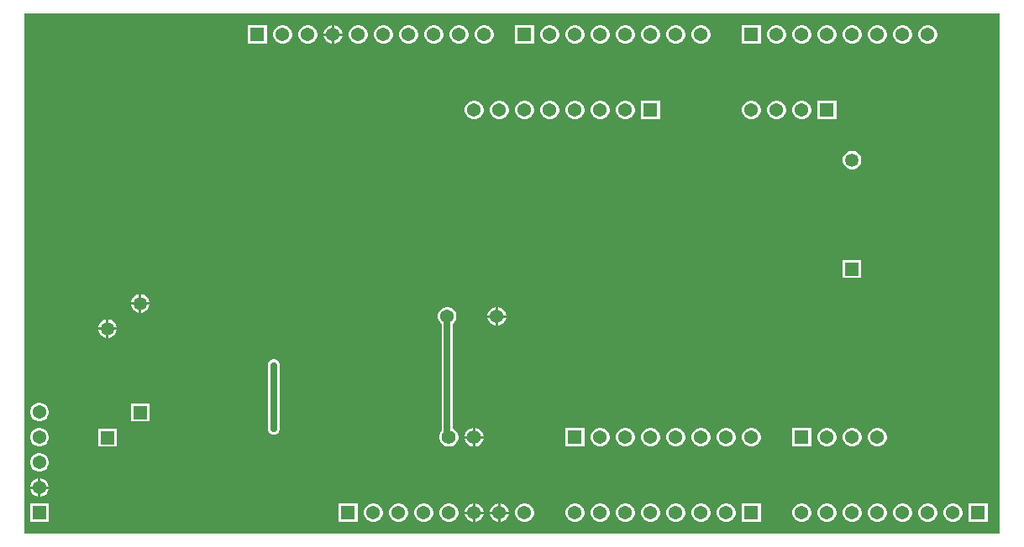
<source format=gbr>
%TF.GenerationSoftware,Altium Limited,Altium Designer,24.1.2 (44)*%
G04 Layer_Physical_Order=2*
G04 Layer_Color=16711680*
%FSLAX45Y45*%
%MOMM*%
%TF.SameCoordinates,7D1D8A4D-2C7A-4F71-9711-01752012572A*%
%TF.FilePolarity,Positive*%
%TF.FileFunction,Copper,L2,Bot,Signal*%
%TF.Part,Single*%
G01*
G75*
%TA.AperFunction,Conductor*%
%ADD10C,0.63500*%
%TA.AperFunction,ComponentPad*%
%ADD11C,1.37160*%
%ADD12C,1.37000*%
%ADD13R,1.37000X1.37000*%
%ADD14R,1.37000X1.37000*%
%ADD15C,1.35000*%
%ADD16R,1.35000X1.35000*%
%ADD17C,1.39700*%
%TA.AperFunction,ViaPad*%
%ADD18C,0.71120*%
G36*
X9867154Y38847D02*
X38847Y38846D01*
Y1333500D01*
Y4000500D01*
Y5295153D01*
X9867153Y5295153D01*
X9867154Y38847D01*
D02*
G37*
%LPC*%
G36*
X3162300Y5173810D02*
Y5092700D01*
X3243410D01*
X3237101Y5116244D01*
X3224739Y5137656D01*
X3207256Y5155139D01*
X3185844Y5167501D01*
X3162300Y5173810D01*
D02*
G37*
G36*
X3136900D02*
X3113356Y5167501D01*
X3091944Y5155139D01*
X3074461Y5137656D01*
X3062099Y5116244D01*
X3055790Y5092700D01*
X3136900D01*
Y5173810D01*
D02*
G37*
G36*
X3243410Y5067300D02*
X3162300D01*
Y4986190D01*
X3185844Y4992499D01*
X3207256Y5004861D01*
X3224739Y5022344D01*
X3237101Y5043756D01*
X3243410Y5067300D01*
D02*
G37*
G36*
X3136900D02*
X3055790D01*
X3062099Y5043756D01*
X3074461Y5022344D01*
X3091944Y5004861D01*
X3113356Y4992499D01*
X3136900Y4986190D01*
Y5067300D01*
D02*
G37*
G36*
X9156362Y5173900D02*
X9131638D01*
X9107756Y5167501D01*
X9086344Y5155139D01*
X9068861Y5137656D01*
X9056499Y5116244D01*
X9050100Y5092362D01*
Y5067638D01*
X9056499Y5043756D01*
X9068861Y5022344D01*
X9086344Y5004861D01*
X9107756Y4992499D01*
X9131638Y4986100D01*
X9156362D01*
X9180244Y4992499D01*
X9201656Y5004861D01*
X9219139Y5022344D01*
X9231501Y5043756D01*
X9237900Y5067638D01*
Y5092362D01*
X9231501Y5116244D01*
X9219139Y5137656D01*
X9201656Y5155139D01*
X9180244Y5167501D01*
X9156362Y5173900D01*
D02*
G37*
G36*
X8902362D02*
X8877638D01*
X8853756Y5167501D01*
X8832344Y5155139D01*
X8814861Y5137656D01*
X8802499Y5116244D01*
X8796100Y5092362D01*
Y5067638D01*
X8802499Y5043756D01*
X8814861Y5022344D01*
X8832344Y5004861D01*
X8853756Y4992499D01*
X8877638Y4986100D01*
X8902362D01*
X8926244Y4992499D01*
X8947656Y5004861D01*
X8965139Y5022344D01*
X8977501Y5043756D01*
X8983900Y5067638D01*
Y5092362D01*
X8977501Y5116244D01*
X8965139Y5137656D01*
X8947656Y5155139D01*
X8926244Y5167501D01*
X8902362Y5173900D01*
D02*
G37*
G36*
X8648362D02*
X8623638D01*
X8599756Y5167501D01*
X8578344Y5155139D01*
X8560861Y5137656D01*
X8548499Y5116244D01*
X8542100Y5092362D01*
Y5067638D01*
X8548499Y5043756D01*
X8560861Y5022344D01*
X8578344Y5004861D01*
X8599756Y4992499D01*
X8623638Y4986100D01*
X8648362D01*
X8672244Y4992499D01*
X8693656Y5004861D01*
X8711139Y5022344D01*
X8723501Y5043756D01*
X8729900Y5067638D01*
Y5092362D01*
X8723501Y5116244D01*
X8711139Y5137656D01*
X8693656Y5155139D01*
X8672244Y5167501D01*
X8648362Y5173900D01*
D02*
G37*
G36*
X8394362D02*
X8369638D01*
X8345756Y5167501D01*
X8324344Y5155139D01*
X8306861Y5137656D01*
X8294499Y5116244D01*
X8288100Y5092362D01*
Y5067638D01*
X8294499Y5043756D01*
X8306861Y5022344D01*
X8324344Y5004861D01*
X8345756Y4992499D01*
X8369638Y4986100D01*
X8394362D01*
X8418244Y4992499D01*
X8439656Y5004861D01*
X8457139Y5022344D01*
X8469501Y5043756D01*
X8475900Y5067638D01*
Y5092362D01*
X8469501Y5116244D01*
X8457139Y5137656D01*
X8439656Y5155139D01*
X8418244Y5167501D01*
X8394362Y5173900D01*
D02*
G37*
G36*
X8140362D02*
X8115638D01*
X8091756Y5167501D01*
X8070344Y5155139D01*
X8052861Y5137656D01*
X8040499Y5116244D01*
X8034100Y5092362D01*
Y5067638D01*
X8040499Y5043756D01*
X8052861Y5022344D01*
X8070344Y5004861D01*
X8091756Y4992499D01*
X8115638Y4986100D01*
X8140362D01*
X8164244Y4992499D01*
X8185656Y5004861D01*
X8203139Y5022344D01*
X8215501Y5043756D01*
X8221900Y5067638D01*
Y5092362D01*
X8215501Y5116244D01*
X8203139Y5137656D01*
X8185656Y5155139D01*
X8164244Y5167501D01*
X8140362Y5173900D01*
D02*
G37*
G36*
X7886362D02*
X7861638D01*
X7837756Y5167501D01*
X7816344Y5155139D01*
X7798861Y5137656D01*
X7786499Y5116244D01*
X7780100Y5092362D01*
Y5067638D01*
X7786499Y5043756D01*
X7798861Y5022344D01*
X7816344Y5004861D01*
X7837756Y4992499D01*
X7861638Y4986100D01*
X7886362D01*
X7910244Y4992499D01*
X7931656Y5004861D01*
X7949139Y5022344D01*
X7961501Y5043756D01*
X7967900Y5067638D01*
Y5092362D01*
X7961501Y5116244D01*
X7949139Y5137656D01*
X7931656Y5155139D01*
X7910244Y5167501D01*
X7886362Y5173900D01*
D02*
G37*
G36*
X7632362D02*
X7607638D01*
X7583756Y5167501D01*
X7562344Y5155139D01*
X7544861Y5137656D01*
X7532499Y5116244D01*
X7526100Y5092362D01*
Y5067638D01*
X7532499Y5043756D01*
X7544861Y5022344D01*
X7562344Y5004861D01*
X7583756Y4992499D01*
X7607638Y4986100D01*
X7632362D01*
X7656244Y4992499D01*
X7677656Y5004861D01*
X7695139Y5022344D01*
X7707501Y5043756D01*
X7713900Y5067638D01*
Y5092362D01*
X7707501Y5116244D01*
X7695139Y5137656D01*
X7677656Y5155139D01*
X7656244Y5167501D01*
X7632362Y5173900D01*
D02*
G37*
G36*
X7459900D02*
X7272100D01*
Y4986100D01*
X7459900D01*
Y5173900D01*
D02*
G37*
G36*
X6870362D02*
X6845638D01*
X6821756Y5167501D01*
X6800344Y5155139D01*
X6782861Y5137656D01*
X6770499Y5116244D01*
X6764100Y5092362D01*
Y5067638D01*
X6770499Y5043756D01*
X6782861Y5022344D01*
X6800344Y5004861D01*
X6821756Y4992499D01*
X6845638Y4986100D01*
X6870362D01*
X6894244Y4992499D01*
X6915656Y5004861D01*
X6933139Y5022344D01*
X6945501Y5043756D01*
X6951900Y5067638D01*
Y5092362D01*
X6945501Y5116244D01*
X6933139Y5137656D01*
X6915656Y5155139D01*
X6894244Y5167501D01*
X6870362Y5173900D01*
D02*
G37*
G36*
X6616362D02*
X6591638D01*
X6567756Y5167501D01*
X6546344Y5155139D01*
X6528861Y5137656D01*
X6516499Y5116244D01*
X6510100Y5092362D01*
Y5067638D01*
X6516499Y5043756D01*
X6528861Y5022344D01*
X6546344Y5004861D01*
X6567756Y4992499D01*
X6591638Y4986100D01*
X6616362D01*
X6640244Y4992499D01*
X6661656Y5004861D01*
X6679139Y5022344D01*
X6691501Y5043756D01*
X6697900Y5067638D01*
Y5092362D01*
X6691501Y5116244D01*
X6679139Y5137656D01*
X6661656Y5155139D01*
X6640244Y5167501D01*
X6616362Y5173900D01*
D02*
G37*
G36*
X6362362D02*
X6337638D01*
X6313756Y5167501D01*
X6292344Y5155139D01*
X6274861Y5137656D01*
X6262499Y5116244D01*
X6256100Y5092362D01*
Y5067638D01*
X6262499Y5043756D01*
X6274861Y5022344D01*
X6292344Y5004861D01*
X6313756Y4992499D01*
X6337638Y4986100D01*
X6362362D01*
X6386244Y4992499D01*
X6407656Y5004861D01*
X6425139Y5022344D01*
X6437501Y5043756D01*
X6443900Y5067638D01*
Y5092362D01*
X6437501Y5116244D01*
X6425139Y5137656D01*
X6407656Y5155139D01*
X6386244Y5167501D01*
X6362362Y5173900D01*
D02*
G37*
G36*
X6108362D02*
X6083638D01*
X6059756Y5167501D01*
X6038344Y5155139D01*
X6020861Y5137656D01*
X6008499Y5116244D01*
X6002100Y5092362D01*
Y5067638D01*
X6008499Y5043756D01*
X6020861Y5022344D01*
X6038344Y5004861D01*
X6059756Y4992499D01*
X6083638Y4986100D01*
X6108362D01*
X6132244Y4992499D01*
X6153656Y5004861D01*
X6171139Y5022344D01*
X6183501Y5043756D01*
X6189900Y5067638D01*
Y5092362D01*
X6183501Y5116244D01*
X6171139Y5137656D01*
X6153656Y5155139D01*
X6132244Y5167501D01*
X6108362Y5173900D01*
D02*
G37*
G36*
X5854362D02*
X5829638D01*
X5805756Y5167501D01*
X5784344Y5155139D01*
X5766861Y5137656D01*
X5754499Y5116244D01*
X5748100Y5092362D01*
Y5067638D01*
X5754499Y5043756D01*
X5766861Y5022344D01*
X5784344Y5004861D01*
X5805756Y4992499D01*
X5829638Y4986100D01*
X5854362D01*
X5878244Y4992499D01*
X5899656Y5004861D01*
X5917139Y5022344D01*
X5929501Y5043756D01*
X5935900Y5067638D01*
Y5092362D01*
X5929501Y5116244D01*
X5917139Y5137656D01*
X5899656Y5155139D01*
X5878244Y5167501D01*
X5854362Y5173900D01*
D02*
G37*
G36*
X5600362D02*
X5575638D01*
X5551756Y5167501D01*
X5530344Y5155139D01*
X5512861Y5137656D01*
X5500499Y5116244D01*
X5494100Y5092362D01*
Y5067638D01*
X5500499Y5043756D01*
X5512861Y5022344D01*
X5530344Y5004861D01*
X5551756Y4992499D01*
X5575638Y4986100D01*
X5600362D01*
X5624244Y4992499D01*
X5645656Y5004861D01*
X5663139Y5022344D01*
X5675501Y5043756D01*
X5681900Y5067638D01*
Y5092362D01*
X5675501Y5116244D01*
X5663139Y5137656D01*
X5645656Y5155139D01*
X5624244Y5167501D01*
X5600362Y5173900D01*
D02*
G37*
G36*
X5346362D02*
X5321638D01*
X5297756Y5167501D01*
X5276344Y5155139D01*
X5258861Y5137656D01*
X5246499Y5116244D01*
X5240100Y5092362D01*
Y5067638D01*
X5246499Y5043756D01*
X5258861Y5022344D01*
X5276344Y5004861D01*
X5297756Y4992499D01*
X5321638Y4986100D01*
X5346362D01*
X5370244Y4992499D01*
X5391656Y5004861D01*
X5409139Y5022344D01*
X5421501Y5043756D01*
X5427900Y5067638D01*
Y5092362D01*
X5421501Y5116244D01*
X5409139Y5137656D01*
X5391656Y5155139D01*
X5370244Y5167501D01*
X5346362Y5173900D01*
D02*
G37*
G36*
X5173900D02*
X4986100D01*
Y4986100D01*
X5173900D01*
Y5173900D01*
D02*
G37*
G36*
X4685962D02*
X4661238D01*
X4637356Y5167501D01*
X4615944Y5155139D01*
X4598461Y5137656D01*
X4586099Y5116244D01*
X4579700Y5092362D01*
Y5067638D01*
X4586099Y5043756D01*
X4598461Y5022344D01*
X4615944Y5004861D01*
X4637356Y4992499D01*
X4661238Y4986100D01*
X4685962D01*
X4709844Y4992499D01*
X4731256Y5004861D01*
X4748739Y5022344D01*
X4761101Y5043756D01*
X4767500Y5067638D01*
Y5092362D01*
X4761101Y5116244D01*
X4748739Y5137656D01*
X4731256Y5155139D01*
X4709844Y5167501D01*
X4685962Y5173900D01*
D02*
G37*
G36*
X4431962D02*
X4407238D01*
X4383356Y5167501D01*
X4361944Y5155139D01*
X4344461Y5137656D01*
X4332099Y5116244D01*
X4325700Y5092362D01*
Y5067638D01*
X4332099Y5043756D01*
X4344461Y5022344D01*
X4361944Y5004861D01*
X4383356Y4992499D01*
X4407238Y4986100D01*
X4431962D01*
X4455844Y4992499D01*
X4477256Y5004861D01*
X4494739Y5022344D01*
X4507101Y5043756D01*
X4513500Y5067638D01*
Y5092362D01*
X4507101Y5116244D01*
X4494739Y5137656D01*
X4477256Y5155139D01*
X4455844Y5167501D01*
X4431962Y5173900D01*
D02*
G37*
G36*
X4177962D02*
X4153238D01*
X4129356Y5167501D01*
X4107944Y5155139D01*
X4090461Y5137656D01*
X4078099Y5116244D01*
X4071700Y5092362D01*
Y5067638D01*
X4078099Y5043756D01*
X4090461Y5022344D01*
X4107944Y5004861D01*
X4129356Y4992499D01*
X4153238Y4986100D01*
X4177962D01*
X4201844Y4992499D01*
X4223256Y5004861D01*
X4240739Y5022344D01*
X4253101Y5043756D01*
X4259500Y5067638D01*
Y5092362D01*
X4253101Y5116244D01*
X4240739Y5137656D01*
X4223256Y5155139D01*
X4201844Y5167501D01*
X4177962Y5173900D01*
D02*
G37*
G36*
X3923962D02*
X3899238D01*
X3875356Y5167501D01*
X3853944Y5155139D01*
X3836461Y5137656D01*
X3824099Y5116244D01*
X3817700Y5092362D01*
Y5067638D01*
X3824099Y5043756D01*
X3836461Y5022344D01*
X3853944Y5004861D01*
X3875356Y4992499D01*
X3899238Y4986100D01*
X3923962D01*
X3947844Y4992499D01*
X3969256Y5004861D01*
X3986739Y5022344D01*
X3999101Y5043756D01*
X4005500Y5067638D01*
Y5092362D01*
X3999101Y5116244D01*
X3986739Y5137656D01*
X3969256Y5155139D01*
X3947844Y5167501D01*
X3923962Y5173900D01*
D02*
G37*
G36*
X3669962D02*
X3645238D01*
X3621356Y5167501D01*
X3599944Y5155139D01*
X3582461Y5137656D01*
X3570099Y5116244D01*
X3563700Y5092362D01*
Y5067638D01*
X3570099Y5043756D01*
X3582461Y5022344D01*
X3599944Y5004861D01*
X3621356Y4992499D01*
X3645238Y4986100D01*
X3669962D01*
X3693844Y4992499D01*
X3715256Y5004861D01*
X3732739Y5022344D01*
X3745101Y5043756D01*
X3751500Y5067638D01*
Y5092362D01*
X3745101Y5116244D01*
X3732739Y5137656D01*
X3715256Y5155139D01*
X3693844Y5167501D01*
X3669962Y5173900D01*
D02*
G37*
G36*
X3415962D02*
X3391238D01*
X3367356Y5167501D01*
X3345944Y5155139D01*
X3328461Y5137656D01*
X3316099Y5116244D01*
X3309700Y5092362D01*
Y5067638D01*
X3316099Y5043756D01*
X3328461Y5022344D01*
X3345944Y5004861D01*
X3367356Y4992499D01*
X3391238Y4986100D01*
X3415962D01*
X3439844Y4992499D01*
X3461256Y5004861D01*
X3478739Y5022344D01*
X3491101Y5043756D01*
X3497500Y5067638D01*
Y5092362D01*
X3491101Y5116244D01*
X3478739Y5137656D01*
X3461256Y5155139D01*
X3439844Y5167501D01*
X3415962Y5173900D01*
D02*
G37*
G36*
X2907962D02*
X2883238D01*
X2859356Y5167501D01*
X2837944Y5155139D01*
X2820461Y5137656D01*
X2808099Y5116244D01*
X2801700Y5092362D01*
Y5067638D01*
X2808099Y5043756D01*
X2820461Y5022344D01*
X2837944Y5004861D01*
X2859356Y4992499D01*
X2883238Y4986100D01*
X2907962D01*
X2931844Y4992499D01*
X2953256Y5004861D01*
X2970739Y5022344D01*
X2983101Y5043756D01*
X2989500Y5067638D01*
Y5092362D01*
X2983101Y5116244D01*
X2970739Y5137656D01*
X2953256Y5155139D01*
X2931844Y5167501D01*
X2907962Y5173900D01*
D02*
G37*
G36*
X2653962D02*
X2629238D01*
X2605356Y5167501D01*
X2583944Y5155139D01*
X2566461Y5137656D01*
X2554099Y5116244D01*
X2547700Y5092362D01*
Y5067638D01*
X2554099Y5043756D01*
X2566461Y5022344D01*
X2583944Y5004861D01*
X2605356Y4992499D01*
X2629238Y4986100D01*
X2653962D01*
X2677844Y4992499D01*
X2699256Y5004861D01*
X2716739Y5022344D01*
X2729101Y5043756D01*
X2735500Y5067638D01*
Y5092362D01*
X2729101Y5116244D01*
X2716739Y5137656D01*
X2699256Y5155139D01*
X2677844Y5167501D01*
X2653962Y5173900D01*
D02*
G37*
G36*
X2481500D02*
X2293700D01*
Y4986100D01*
X2481500D01*
Y5173900D01*
D02*
G37*
G36*
X8221900Y4411900D02*
X8034100D01*
Y4224100D01*
X8221900D01*
Y4411900D01*
D02*
G37*
G36*
X7886362D02*
X7861638D01*
X7837756Y4405501D01*
X7816344Y4393139D01*
X7798861Y4375656D01*
X7786499Y4354244D01*
X7780100Y4330362D01*
Y4305638D01*
X7786499Y4281756D01*
X7798861Y4260344D01*
X7816344Y4242861D01*
X7837756Y4230499D01*
X7861638Y4224100D01*
X7886362D01*
X7910244Y4230499D01*
X7931656Y4242861D01*
X7949139Y4260344D01*
X7961501Y4281756D01*
X7967900Y4305638D01*
Y4330362D01*
X7961501Y4354244D01*
X7949139Y4375656D01*
X7931656Y4393139D01*
X7910244Y4405501D01*
X7886362Y4411900D01*
D02*
G37*
G36*
X7632362D02*
X7607638D01*
X7583756Y4405501D01*
X7562344Y4393139D01*
X7544861Y4375656D01*
X7532499Y4354244D01*
X7526100Y4330362D01*
Y4305638D01*
X7532499Y4281756D01*
X7544861Y4260344D01*
X7562344Y4242861D01*
X7583756Y4230499D01*
X7607638Y4224100D01*
X7632362D01*
X7656244Y4230499D01*
X7677656Y4242861D01*
X7695139Y4260344D01*
X7707501Y4281756D01*
X7713900Y4305638D01*
Y4330362D01*
X7707501Y4354244D01*
X7695139Y4375656D01*
X7677656Y4393139D01*
X7656244Y4405501D01*
X7632362Y4411900D01*
D02*
G37*
G36*
X7378362D02*
X7353638D01*
X7329756Y4405501D01*
X7308344Y4393139D01*
X7290861Y4375656D01*
X7278499Y4354244D01*
X7272100Y4330362D01*
Y4305638D01*
X7278499Y4281756D01*
X7290861Y4260344D01*
X7308344Y4242861D01*
X7329756Y4230499D01*
X7353638Y4224100D01*
X7378362D01*
X7402244Y4230499D01*
X7423656Y4242861D01*
X7441139Y4260344D01*
X7453501Y4281756D01*
X7459900Y4305638D01*
Y4330362D01*
X7453501Y4354244D01*
X7441139Y4375656D01*
X7423656Y4393139D01*
X7402244Y4405501D01*
X7378362Y4411900D01*
D02*
G37*
G36*
X6443900D02*
X6256100D01*
Y4224100D01*
X6443900D01*
Y4411900D01*
D02*
G37*
G36*
X6108362D02*
X6083638D01*
X6059756Y4405501D01*
X6038344Y4393139D01*
X6020861Y4375656D01*
X6008499Y4354244D01*
X6002100Y4330362D01*
Y4305638D01*
X6008499Y4281756D01*
X6020861Y4260344D01*
X6038344Y4242861D01*
X6059756Y4230499D01*
X6083638Y4224100D01*
X6108362D01*
X6132244Y4230499D01*
X6153656Y4242861D01*
X6171139Y4260344D01*
X6183501Y4281756D01*
X6189900Y4305638D01*
Y4330362D01*
X6183501Y4354244D01*
X6171139Y4375656D01*
X6153656Y4393139D01*
X6132244Y4405501D01*
X6108362Y4411900D01*
D02*
G37*
G36*
X5854362D02*
X5829638D01*
X5805756Y4405501D01*
X5784344Y4393139D01*
X5766861Y4375656D01*
X5754499Y4354244D01*
X5748100Y4330362D01*
Y4305638D01*
X5754499Y4281756D01*
X5766861Y4260344D01*
X5784344Y4242861D01*
X5805756Y4230499D01*
X5829638Y4224100D01*
X5854362D01*
X5878244Y4230499D01*
X5899656Y4242861D01*
X5917139Y4260344D01*
X5929501Y4281756D01*
X5935900Y4305638D01*
Y4330362D01*
X5929501Y4354244D01*
X5917139Y4375656D01*
X5899656Y4393139D01*
X5878244Y4405501D01*
X5854362Y4411900D01*
D02*
G37*
G36*
X5600362D02*
X5575638D01*
X5551756Y4405501D01*
X5530344Y4393139D01*
X5512861Y4375656D01*
X5500499Y4354244D01*
X5494100Y4330362D01*
Y4305638D01*
X5500499Y4281756D01*
X5512861Y4260344D01*
X5530344Y4242861D01*
X5551756Y4230499D01*
X5575638Y4224100D01*
X5600362D01*
X5624244Y4230499D01*
X5645656Y4242861D01*
X5663139Y4260344D01*
X5675501Y4281756D01*
X5681900Y4305638D01*
Y4330362D01*
X5675501Y4354244D01*
X5663139Y4375656D01*
X5645656Y4393139D01*
X5624244Y4405501D01*
X5600362Y4411900D01*
D02*
G37*
G36*
X5346362D02*
X5321638D01*
X5297756Y4405501D01*
X5276344Y4393139D01*
X5258861Y4375656D01*
X5246499Y4354244D01*
X5240100Y4330362D01*
Y4305638D01*
X5246499Y4281756D01*
X5258861Y4260344D01*
X5276344Y4242861D01*
X5297756Y4230499D01*
X5321638Y4224100D01*
X5346362D01*
X5370244Y4230499D01*
X5391656Y4242861D01*
X5409139Y4260344D01*
X5421501Y4281756D01*
X5427900Y4305638D01*
Y4330362D01*
X5421501Y4354244D01*
X5409139Y4375656D01*
X5391656Y4393139D01*
X5370244Y4405501D01*
X5346362Y4411900D01*
D02*
G37*
G36*
X5092362D02*
X5067638D01*
X5043756Y4405501D01*
X5022344Y4393139D01*
X5004861Y4375656D01*
X4992499Y4354244D01*
X4986100Y4330362D01*
Y4305638D01*
X4992499Y4281756D01*
X5004861Y4260344D01*
X5022344Y4242861D01*
X5043756Y4230499D01*
X5067638Y4224100D01*
X5092362D01*
X5116244Y4230499D01*
X5137656Y4242861D01*
X5155139Y4260344D01*
X5167501Y4281756D01*
X5173900Y4305638D01*
Y4330362D01*
X5167501Y4354244D01*
X5155139Y4375656D01*
X5137656Y4393139D01*
X5116244Y4405501D01*
X5092362Y4411900D01*
D02*
G37*
G36*
X4838362D02*
X4813638D01*
X4789756Y4405501D01*
X4768344Y4393139D01*
X4750861Y4375656D01*
X4738499Y4354244D01*
X4732100Y4330362D01*
Y4305638D01*
X4738499Y4281756D01*
X4750861Y4260344D01*
X4768344Y4242861D01*
X4789756Y4230499D01*
X4813638Y4224100D01*
X4838362D01*
X4862244Y4230499D01*
X4883656Y4242861D01*
X4901139Y4260344D01*
X4913501Y4281756D01*
X4919900Y4305638D01*
Y4330362D01*
X4913501Y4354244D01*
X4901139Y4375656D01*
X4883656Y4393139D01*
X4862244Y4405501D01*
X4838362Y4411900D01*
D02*
G37*
G36*
X4584362D02*
X4559638D01*
X4535756Y4405501D01*
X4514344Y4393139D01*
X4496861Y4375656D01*
X4484499Y4354244D01*
X4478100Y4330362D01*
Y4305638D01*
X4484499Y4281756D01*
X4496861Y4260344D01*
X4514344Y4242861D01*
X4535756Y4230499D01*
X4559638Y4224100D01*
X4584362D01*
X4608244Y4230499D01*
X4629656Y4242861D01*
X4647139Y4260344D01*
X4659501Y4281756D01*
X4665900Y4305638D01*
Y4330362D01*
X4659501Y4354244D01*
X4647139Y4375656D01*
X4629656Y4393139D01*
X4608244Y4405501D01*
X4584362Y4411900D01*
D02*
G37*
G36*
X8394231Y3906800D02*
X8369769D01*
X8346142Y3900469D01*
X8324958Y3888238D01*
X8307662Y3870942D01*
X8295431Y3849758D01*
X8289100Y3826131D01*
Y3801669D01*
X8295431Y3778042D01*
X8307662Y3756858D01*
X8324958Y3739561D01*
X8346142Y3727331D01*
X8369769Y3721000D01*
X8394231D01*
X8417858Y3727331D01*
X8439042Y3739561D01*
X8456338Y3756858D01*
X8468569Y3778042D01*
X8474900Y3801669D01*
Y3826131D01*
X8468569Y3849758D01*
X8456338Y3870942D01*
X8439042Y3888238D01*
X8417858Y3900469D01*
X8394231Y3906800D01*
D02*
G37*
G36*
X8474900Y2806800D02*
X8289100D01*
Y2621000D01*
X8474900D01*
Y2806800D01*
D02*
G37*
G36*
X1219200Y2458874D02*
Y2378800D01*
X1299274D01*
X1293069Y2401958D01*
X1280838Y2423142D01*
X1263542Y2440438D01*
X1242358Y2452669D01*
X1219200Y2458874D01*
D02*
G37*
G36*
X1193800D02*
X1170642Y2452669D01*
X1149458Y2440438D01*
X1132162Y2423142D01*
X1119931Y2401958D01*
X1113726Y2378800D01*
X1193800D01*
Y2458874D01*
D02*
G37*
G36*
X1299274Y2353400D02*
X1219200D01*
Y2273326D01*
X1242358Y2279531D01*
X1263542Y2291761D01*
X1280838Y2309058D01*
X1293069Y2330242D01*
X1299274Y2353400D01*
D02*
G37*
G36*
X1193800D02*
X1113726D01*
X1119931Y2330242D01*
X1132162Y2309058D01*
X1149458Y2291761D01*
X1170642Y2279531D01*
X1193800Y2273326D01*
Y2353400D01*
D02*
G37*
G36*
X4813300Y2329092D02*
Y2247900D01*
X4894492D01*
X4888175Y2271475D01*
X4875803Y2292905D01*
X4858305Y2310403D01*
X4836875Y2322775D01*
X4813300Y2329092D01*
D02*
G37*
G36*
X4787900D02*
X4764325Y2322775D01*
X4742895Y2310403D01*
X4725397Y2292905D01*
X4713025Y2271475D01*
X4706708Y2247900D01*
X4787900D01*
Y2329092D01*
D02*
G37*
G36*
X4894492Y2222500D02*
X4813300D01*
Y2141308D01*
X4836875Y2147625D01*
X4858305Y2159997D01*
X4875803Y2177495D01*
X4888175Y2198925D01*
X4894492Y2222500D01*
D02*
G37*
G36*
X4787900D02*
X4706708D01*
X4713025Y2198925D01*
X4725397Y2177495D01*
X4742895Y2159997D01*
X4764325Y2147625D01*
X4787900Y2141308D01*
Y2222500D01*
D02*
G37*
G36*
X889000Y2204874D02*
Y2124800D01*
X969074D01*
X962869Y2147958D01*
X950638Y2169142D01*
X933342Y2186438D01*
X912158Y2198669D01*
X889000Y2204874D01*
D02*
G37*
G36*
X863600D02*
X840442Y2198669D01*
X819258Y2186438D01*
X801962Y2169142D01*
X789731Y2147958D01*
X783526Y2124800D01*
X863600D01*
Y2204874D01*
D02*
G37*
G36*
X969074Y2099400D02*
X889000D01*
Y2019326D01*
X912158Y2025531D01*
X933342Y2037761D01*
X950638Y2055058D01*
X962869Y2076242D01*
X969074Y2099400D01*
D02*
G37*
G36*
X863600D02*
X783526D01*
X789731Y2076242D01*
X801962Y2055058D01*
X819258Y2037761D01*
X840442Y2025531D01*
X863600Y2019326D01*
Y2099400D01*
D02*
G37*
G36*
X202862Y1363900D02*
X178138D01*
X154256Y1357501D01*
X132844Y1345139D01*
X115361Y1327656D01*
X102999Y1306244D01*
X96600Y1282362D01*
Y1257638D01*
X102999Y1233756D01*
X115361Y1212344D01*
X132844Y1194861D01*
X154256Y1182499D01*
X178138Y1176100D01*
X202862D01*
X226744Y1182499D01*
X248156Y1194861D01*
X265639Y1212344D01*
X278001Y1233756D01*
X284400Y1257638D01*
Y1282362D01*
X278001Y1306244D01*
X265639Y1327656D01*
X248156Y1345139D01*
X226744Y1357501D01*
X202862Y1363900D01*
D02*
G37*
G36*
X1299400Y1359000D02*
X1113600D01*
Y1173200D01*
X1299400D01*
Y1359000D01*
D02*
G37*
G36*
X2564826Y1800860D02*
X2540574D01*
X2518169Y1791579D01*
X2501021Y1774431D01*
X2491740Y1752026D01*
Y1727774D01*
X2494430Y1721279D01*
Y1123521D01*
X2491740Y1117026D01*
Y1092774D01*
X2501021Y1070369D01*
X2518169Y1053221D01*
X2540574Y1043940D01*
X2564826D01*
X2587231Y1053221D01*
X2604379Y1070369D01*
X2613660Y1092774D01*
Y1117026D01*
X2610970Y1123521D01*
Y1721279D01*
X2613660Y1727774D01*
Y1752026D01*
X2604379Y1774431D01*
X2587231Y1791579D01*
X2564826Y1800860D01*
D02*
G37*
G36*
X4584700Y1111207D02*
Y1028700D01*
X4667207D01*
X4660759Y1052765D01*
X4648219Y1074485D01*
X4630485Y1092219D01*
X4608765Y1104759D01*
X4584700Y1111207D01*
D02*
G37*
G36*
X4559300D02*
X4535235Y1104759D01*
X4513515Y1092219D01*
X4495781Y1074485D01*
X4483241Y1052765D01*
X4476793Y1028700D01*
X4559300D01*
Y1111207D01*
D02*
G37*
G36*
X8648362Y1109900D02*
X8623638D01*
X8599756Y1103501D01*
X8578344Y1091139D01*
X8560861Y1073656D01*
X8548499Y1052244D01*
X8542100Y1028362D01*
Y1003638D01*
X8548499Y979756D01*
X8560861Y958344D01*
X8578344Y940861D01*
X8599756Y928499D01*
X8623638Y922100D01*
X8648362D01*
X8672244Y928499D01*
X8693656Y940861D01*
X8711139Y958344D01*
X8723501Y979756D01*
X8729900Y1003638D01*
Y1028362D01*
X8723501Y1052244D01*
X8711139Y1073656D01*
X8693656Y1091139D01*
X8672244Y1103501D01*
X8648362Y1109900D01*
D02*
G37*
G36*
X8394362D02*
X8369638D01*
X8345756Y1103501D01*
X8324344Y1091139D01*
X8306861Y1073656D01*
X8294499Y1052244D01*
X8288100Y1028362D01*
Y1003638D01*
X8294499Y979756D01*
X8306861Y958344D01*
X8324344Y940861D01*
X8345756Y928499D01*
X8369638Y922100D01*
X8394362D01*
X8418244Y928499D01*
X8439656Y940861D01*
X8457139Y958344D01*
X8469501Y979756D01*
X8475900Y1003638D01*
Y1028362D01*
X8469501Y1052244D01*
X8457139Y1073656D01*
X8439656Y1091139D01*
X8418244Y1103501D01*
X8394362Y1109900D01*
D02*
G37*
G36*
X8140362D02*
X8115638D01*
X8091756Y1103501D01*
X8070344Y1091139D01*
X8052861Y1073656D01*
X8040499Y1052244D01*
X8034100Y1028362D01*
Y1003638D01*
X8040499Y979756D01*
X8052861Y958344D01*
X8070344Y940861D01*
X8091756Y928499D01*
X8115638Y922100D01*
X8140362D01*
X8164244Y928499D01*
X8185656Y940861D01*
X8203139Y958344D01*
X8215501Y979756D01*
X8221900Y1003638D01*
Y1028362D01*
X8215501Y1052244D01*
X8203139Y1073656D01*
X8185656Y1091139D01*
X8164244Y1103501D01*
X8140362Y1109900D01*
D02*
G37*
G36*
X7967900D02*
X7780100D01*
Y922100D01*
X7967900D01*
Y1109900D01*
D02*
G37*
G36*
X7378362D02*
X7353638D01*
X7329756Y1103501D01*
X7308344Y1091139D01*
X7290861Y1073656D01*
X7278499Y1052244D01*
X7272100Y1028362D01*
Y1003638D01*
X7278499Y979756D01*
X7290861Y958344D01*
X7308344Y940861D01*
X7329756Y928499D01*
X7353638Y922100D01*
X7378362D01*
X7402244Y928499D01*
X7423656Y940861D01*
X7441139Y958344D01*
X7453501Y979756D01*
X7459900Y1003638D01*
Y1028362D01*
X7453501Y1052244D01*
X7441139Y1073656D01*
X7423656Y1091139D01*
X7402244Y1103501D01*
X7378362Y1109900D01*
D02*
G37*
G36*
X7124362D02*
X7099638D01*
X7075756Y1103501D01*
X7054344Y1091139D01*
X7036861Y1073656D01*
X7024499Y1052244D01*
X7018100Y1028362D01*
Y1003638D01*
X7024499Y979756D01*
X7036861Y958344D01*
X7054344Y940861D01*
X7075756Y928499D01*
X7099638Y922100D01*
X7124362D01*
X7148244Y928499D01*
X7169656Y940861D01*
X7187139Y958344D01*
X7199501Y979756D01*
X7205900Y1003638D01*
Y1028362D01*
X7199501Y1052244D01*
X7187139Y1073656D01*
X7169656Y1091139D01*
X7148244Y1103501D01*
X7124362Y1109900D01*
D02*
G37*
G36*
X6870362D02*
X6845638D01*
X6821756Y1103501D01*
X6800344Y1091139D01*
X6782861Y1073656D01*
X6770499Y1052244D01*
X6764100Y1028362D01*
Y1003638D01*
X6770499Y979756D01*
X6782861Y958344D01*
X6800344Y940861D01*
X6821756Y928499D01*
X6845638Y922100D01*
X6870362D01*
X6894244Y928499D01*
X6915656Y940861D01*
X6933139Y958344D01*
X6945501Y979756D01*
X6951900Y1003638D01*
Y1028362D01*
X6945501Y1052244D01*
X6933139Y1073656D01*
X6915656Y1091139D01*
X6894244Y1103501D01*
X6870362Y1109900D01*
D02*
G37*
G36*
X6616362D02*
X6591638D01*
X6567756Y1103501D01*
X6546344Y1091139D01*
X6528861Y1073656D01*
X6516499Y1052244D01*
X6510100Y1028362D01*
Y1003638D01*
X6516499Y979756D01*
X6528861Y958344D01*
X6546344Y940861D01*
X6567756Y928499D01*
X6591638Y922100D01*
X6616362D01*
X6640244Y928499D01*
X6661656Y940861D01*
X6679139Y958344D01*
X6691501Y979756D01*
X6697900Y1003638D01*
Y1028362D01*
X6691501Y1052244D01*
X6679139Y1073656D01*
X6661656Y1091139D01*
X6640244Y1103501D01*
X6616362Y1109900D01*
D02*
G37*
G36*
X6362362D02*
X6337638D01*
X6313756Y1103501D01*
X6292344Y1091139D01*
X6274861Y1073656D01*
X6262499Y1052244D01*
X6256100Y1028362D01*
Y1003638D01*
X6262499Y979756D01*
X6274861Y958344D01*
X6292344Y940861D01*
X6313756Y928499D01*
X6337638Y922100D01*
X6362362D01*
X6386244Y928499D01*
X6407656Y940861D01*
X6425139Y958344D01*
X6437501Y979756D01*
X6443900Y1003638D01*
Y1028362D01*
X6437501Y1052244D01*
X6425139Y1073656D01*
X6407656Y1091139D01*
X6386244Y1103501D01*
X6362362Y1109900D01*
D02*
G37*
G36*
X6108362D02*
X6083638D01*
X6059756Y1103501D01*
X6038344Y1091139D01*
X6020861Y1073656D01*
X6008499Y1052244D01*
X6002100Y1028362D01*
Y1003638D01*
X6008499Y979756D01*
X6020861Y958344D01*
X6038344Y940861D01*
X6059756Y928499D01*
X6083638Y922100D01*
X6108362D01*
X6132244Y928499D01*
X6153656Y940861D01*
X6171139Y958344D01*
X6183501Y979756D01*
X6189900Y1003638D01*
Y1028362D01*
X6183501Y1052244D01*
X6171139Y1073656D01*
X6153656Y1091139D01*
X6132244Y1103501D01*
X6108362Y1109900D01*
D02*
G37*
G36*
X5854362D02*
X5829638D01*
X5805756Y1103501D01*
X5784344Y1091139D01*
X5766861Y1073656D01*
X5754499Y1052244D01*
X5748100Y1028362D01*
Y1003638D01*
X5754499Y979756D01*
X5766861Y958344D01*
X5784344Y940861D01*
X5805756Y928499D01*
X5829638Y922100D01*
X5854362D01*
X5878244Y928499D01*
X5899656Y940861D01*
X5917139Y958344D01*
X5929501Y979756D01*
X5935900Y1003638D01*
Y1028362D01*
X5929501Y1052244D01*
X5917139Y1073656D01*
X5899656Y1091139D01*
X5878244Y1103501D01*
X5854362Y1109900D01*
D02*
G37*
G36*
X5681900D02*
X5494100D01*
Y922100D01*
X5681900D01*
Y1109900D01*
D02*
G37*
G36*
X202862D02*
X178138D01*
X154256Y1103501D01*
X132844Y1091139D01*
X115361Y1073656D01*
X102999Y1052244D01*
X96600Y1028362D01*
Y1003638D01*
X102999Y979756D01*
X115361Y958344D01*
X132844Y940861D01*
X154256Y928499D01*
X178138Y922100D01*
X202862D01*
X226744Y928499D01*
X248156Y940861D01*
X265639Y958344D01*
X278001Y979756D01*
X284400Y1003638D01*
Y1028362D01*
X278001Y1052244D01*
X265639Y1073656D01*
X248156Y1091139D01*
X226744Y1103501D01*
X202862Y1109900D01*
D02*
G37*
G36*
X4667207Y1003300D02*
X4584700D01*
Y920793D01*
X4608765Y927241D01*
X4630485Y939781D01*
X4648219Y957515D01*
X4660759Y979235D01*
X4667207Y1003300D01*
D02*
G37*
G36*
X4559300D02*
X4476793D01*
X4483241Y979235D01*
X4495781Y957515D01*
X4513515Y939781D01*
X4535235Y927241D01*
X4559300Y920793D01*
Y1003300D01*
D02*
G37*
G36*
X4312973Y2329180D02*
X4288227D01*
X4264325Y2322775D01*
X4242895Y2310403D01*
X4225397Y2292905D01*
X4213025Y2271475D01*
X4206620Y2247573D01*
Y2222827D01*
X4213025Y2198925D01*
X4225397Y2177495D01*
X4242330Y2160562D01*
Y1075034D01*
X4241781Y1074485D01*
X4229241Y1052765D01*
X4222750Y1028540D01*
Y1003460D01*
X4229241Y979235D01*
X4241781Y957515D01*
X4259515Y939781D01*
X4281235Y927241D01*
X4305460Y920750D01*
X4330540D01*
X4354765Y927241D01*
X4376485Y939781D01*
X4394219Y957515D01*
X4406759Y979235D01*
X4413250Y1003460D01*
Y1028540D01*
X4406759Y1052765D01*
X4394219Y1074485D01*
X4376485Y1092219D01*
X4358870Y1102389D01*
Y2160562D01*
X4375803Y2177495D01*
X4388175Y2198925D01*
X4394580Y2222827D01*
Y2247573D01*
X4388175Y2271475D01*
X4375803Y2292905D01*
X4358305Y2310403D01*
X4336875Y2322775D01*
X4312973Y2329180D01*
D02*
G37*
G36*
X969200Y1105000D02*
X783400D01*
Y919200D01*
X969200D01*
Y1105000D01*
D02*
G37*
G36*
X202862Y855900D02*
X178138D01*
X154256Y849501D01*
X132844Y837139D01*
X115361Y819656D01*
X102999Y798244D01*
X96600Y774362D01*
Y749638D01*
X102999Y725756D01*
X115361Y704344D01*
X132844Y686861D01*
X154256Y674499D01*
X178138Y668100D01*
X202862D01*
X226744Y674499D01*
X248156Y686861D01*
X265639Y704344D01*
X278001Y725756D01*
X284400Y749638D01*
Y774362D01*
X278001Y798244D01*
X265639Y819656D01*
X248156Y837139D01*
X226744Y849501D01*
X202862Y855900D01*
D02*
G37*
G36*
X203200Y601810D02*
Y520700D01*
X284310D01*
X278001Y544244D01*
X265639Y565656D01*
X248156Y583139D01*
X226744Y595501D01*
X203200Y601810D01*
D02*
G37*
G36*
X177800D02*
X154256Y595501D01*
X132844Y583139D01*
X115361Y565656D01*
X102999Y544244D01*
X96690Y520700D01*
X177800D01*
Y601810D01*
D02*
G37*
G36*
X284310Y495300D02*
X203200D01*
Y414190D01*
X226744Y420499D01*
X248156Y432861D01*
X265639Y450344D01*
X278001Y471756D01*
X284310Y495300D01*
D02*
G37*
G36*
X177800D02*
X96690D01*
X102999Y471756D01*
X115361Y450344D01*
X132844Y432861D01*
X154256Y420499D01*
X177800Y414190D01*
Y495300D01*
D02*
G37*
G36*
X4838700Y347810D02*
Y266700D01*
X4919810D01*
X4913501Y290244D01*
X4901139Y311656D01*
X4883656Y329139D01*
X4862244Y341501D01*
X4838700Y347810D01*
D02*
G37*
G36*
X4813300D02*
X4789756Y341501D01*
X4768344Y329139D01*
X4750861Y311656D01*
X4738499Y290244D01*
X4732190Y266700D01*
X4813300D01*
Y347810D01*
D02*
G37*
G36*
X4584700D02*
Y266700D01*
X4665810D01*
X4659501Y290244D01*
X4647139Y311656D01*
X4629656Y329139D01*
X4608244Y341501D01*
X4584700Y347810D01*
D02*
G37*
G36*
X4559300D02*
X4535756Y341501D01*
X4514344Y329139D01*
X4496861Y311656D01*
X4484499Y290244D01*
X4478190Y266700D01*
X4559300D01*
Y347810D01*
D02*
G37*
G36*
X4919810Y241300D02*
X4838700D01*
Y160190D01*
X4862244Y166499D01*
X4883656Y178861D01*
X4901139Y196344D01*
X4913501Y217756D01*
X4919810Y241300D01*
D02*
G37*
G36*
X4813300D02*
X4732190D01*
X4738499Y217756D01*
X4750861Y196344D01*
X4768344Y178861D01*
X4789756Y166499D01*
X4813300Y160190D01*
Y241300D01*
D02*
G37*
G36*
X4665810D02*
X4584700D01*
Y160190D01*
X4608244Y166499D01*
X4629656Y178861D01*
X4647139Y196344D01*
X4659501Y217756D01*
X4665810Y241300D01*
D02*
G37*
G36*
X4559300D02*
X4478190D01*
X4484499Y217756D01*
X4496861Y196344D01*
X4514344Y178861D01*
X4535756Y166499D01*
X4559300Y160190D01*
Y241300D01*
D02*
G37*
G36*
X9745900Y347900D02*
X9558100D01*
Y160100D01*
X9745900D01*
Y347900D01*
D02*
G37*
G36*
X9410362D02*
X9385638D01*
X9361756Y341501D01*
X9340344Y329139D01*
X9322861Y311656D01*
X9310499Y290244D01*
X9304100Y266362D01*
Y241638D01*
X9310499Y217756D01*
X9322861Y196344D01*
X9340344Y178861D01*
X9361756Y166499D01*
X9385638Y160100D01*
X9410362D01*
X9434244Y166499D01*
X9455656Y178861D01*
X9473139Y196344D01*
X9485501Y217756D01*
X9491900Y241638D01*
Y266362D01*
X9485501Y290244D01*
X9473139Y311656D01*
X9455656Y329139D01*
X9434244Y341501D01*
X9410362Y347900D01*
D02*
G37*
G36*
X9156362D02*
X9131638D01*
X9107756Y341501D01*
X9086344Y329139D01*
X9068861Y311656D01*
X9056499Y290244D01*
X9050100Y266362D01*
Y241638D01*
X9056499Y217756D01*
X9068861Y196344D01*
X9086344Y178861D01*
X9107756Y166499D01*
X9131638Y160100D01*
X9156362D01*
X9180244Y166499D01*
X9201656Y178861D01*
X9219139Y196344D01*
X9231501Y217756D01*
X9237900Y241638D01*
Y266362D01*
X9231501Y290244D01*
X9219139Y311656D01*
X9201656Y329139D01*
X9180244Y341501D01*
X9156362Y347900D01*
D02*
G37*
G36*
X8902362D02*
X8877638D01*
X8853756Y341501D01*
X8832344Y329139D01*
X8814861Y311656D01*
X8802499Y290244D01*
X8796100Y266362D01*
Y241638D01*
X8802499Y217756D01*
X8814861Y196344D01*
X8832344Y178861D01*
X8853756Y166499D01*
X8877638Y160100D01*
X8902362D01*
X8926244Y166499D01*
X8947656Y178861D01*
X8965139Y196344D01*
X8977501Y217756D01*
X8983900Y241638D01*
Y266362D01*
X8977501Y290244D01*
X8965139Y311656D01*
X8947656Y329139D01*
X8926244Y341501D01*
X8902362Y347900D01*
D02*
G37*
G36*
X8648362D02*
X8623638D01*
X8599756Y341501D01*
X8578344Y329139D01*
X8560861Y311656D01*
X8548499Y290244D01*
X8542100Y266362D01*
Y241638D01*
X8548499Y217756D01*
X8560861Y196344D01*
X8578344Y178861D01*
X8599756Y166499D01*
X8623638Y160100D01*
X8648362D01*
X8672244Y166499D01*
X8693656Y178861D01*
X8711139Y196344D01*
X8723501Y217756D01*
X8729900Y241638D01*
Y266362D01*
X8723501Y290244D01*
X8711139Y311656D01*
X8693656Y329139D01*
X8672244Y341501D01*
X8648362Y347900D01*
D02*
G37*
G36*
X8394362D02*
X8369638D01*
X8345756Y341501D01*
X8324344Y329139D01*
X8306861Y311656D01*
X8294499Y290244D01*
X8288100Y266362D01*
Y241638D01*
X8294499Y217756D01*
X8306861Y196344D01*
X8324344Y178861D01*
X8345756Y166499D01*
X8369638Y160100D01*
X8394362D01*
X8418244Y166499D01*
X8439656Y178861D01*
X8457139Y196344D01*
X8469501Y217756D01*
X8475900Y241638D01*
Y266362D01*
X8469501Y290244D01*
X8457139Y311656D01*
X8439656Y329139D01*
X8418244Y341501D01*
X8394362Y347900D01*
D02*
G37*
G36*
X8140362D02*
X8115638D01*
X8091756Y341501D01*
X8070344Y329139D01*
X8052861Y311656D01*
X8040499Y290244D01*
X8034100Y266362D01*
Y241638D01*
X8040499Y217756D01*
X8052861Y196344D01*
X8070344Y178861D01*
X8091756Y166499D01*
X8115638Y160100D01*
X8140362D01*
X8164244Y166499D01*
X8185656Y178861D01*
X8203139Y196344D01*
X8215501Y217756D01*
X8221900Y241638D01*
Y266362D01*
X8215501Y290244D01*
X8203139Y311656D01*
X8185656Y329139D01*
X8164244Y341501D01*
X8140362Y347900D01*
D02*
G37*
G36*
X7886362D02*
X7861638D01*
X7837756Y341501D01*
X7816344Y329139D01*
X7798861Y311656D01*
X7786499Y290244D01*
X7780100Y266362D01*
Y241638D01*
X7786499Y217756D01*
X7798861Y196344D01*
X7816344Y178861D01*
X7837756Y166499D01*
X7861638Y160100D01*
X7886362D01*
X7910244Y166499D01*
X7931656Y178861D01*
X7949139Y196344D01*
X7961501Y217756D01*
X7967900Y241638D01*
Y266362D01*
X7961501Y290244D01*
X7949139Y311656D01*
X7931656Y329139D01*
X7910244Y341501D01*
X7886362Y347900D01*
D02*
G37*
G36*
X7459900D02*
X7272100D01*
Y160100D01*
X7459900D01*
Y347900D01*
D02*
G37*
G36*
X7124362D02*
X7099638D01*
X7075756Y341501D01*
X7054344Y329139D01*
X7036861Y311656D01*
X7024499Y290244D01*
X7018100Y266362D01*
Y241638D01*
X7024499Y217756D01*
X7036861Y196344D01*
X7054344Y178861D01*
X7075756Y166499D01*
X7099638Y160100D01*
X7124362D01*
X7148244Y166499D01*
X7169656Y178861D01*
X7187139Y196344D01*
X7199501Y217756D01*
X7205900Y241638D01*
Y266362D01*
X7199501Y290244D01*
X7187139Y311656D01*
X7169656Y329139D01*
X7148244Y341501D01*
X7124362Y347900D01*
D02*
G37*
G36*
X6870362D02*
X6845638D01*
X6821756Y341501D01*
X6800344Y329139D01*
X6782861Y311656D01*
X6770499Y290244D01*
X6764100Y266362D01*
Y241638D01*
X6770499Y217756D01*
X6782861Y196344D01*
X6800344Y178861D01*
X6821756Y166499D01*
X6845638Y160100D01*
X6870362D01*
X6894244Y166499D01*
X6915656Y178861D01*
X6933139Y196344D01*
X6945501Y217756D01*
X6951900Y241638D01*
Y266362D01*
X6945501Y290244D01*
X6933139Y311656D01*
X6915656Y329139D01*
X6894244Y341501D01*
X6870362Y347900D01*
D02*
G37*
G36*
X6616362D02*
X6591638D01*
X6567756Y341501D01*
X6546344Y329139D01*
X6528861Y311656D01*
X6516499Y290244D01*
X6510100Y266362D01*
Y241638D01*
X6516499Y217756D01*
X6528861Y196344D01*
X6546344Y178861D01*
X6567756Y166499D01*
X6591638Y160100D01*
X6616362D01*
X6640244Y166499D01*
X6661656Y178861D01*
X6679139Y196344D01*
X6691501Y217756D01*
X6697900Y241638D01*
Y266362D01*
X6691501Y290244D01*
X6679139Y311656D01*
X6661656Y329139D01*
X6640244Y341501D01*
X6616362Y347900D01*
D02*
G37*
G36*
X6362362D02*
X6337638D01*
X6313756Y341501D01*
X6292344Y329139D01*
X6274861Y311656D01*
X6262499Y290244D01*
X6256100Y266362D01*
Y241638D01*
X6262499Y217756D01*
X6274861Y196344D01*
X6292344Y178861D01*
X6313756Y166499D01*
X6337638Y160100D01*
X6362362D01*
X6386244Y166499D01*
X6407656Y178861D01*
X6425139Y196344D01*
X6437501Y217756D01*
X6443900Y241638D01*
Y266362D01*
X6437501Y290244D01*
X6425139Y311656D01*
X6407656Y329139D01*
X6386244Y341501D01*
X6362362Y347900D01*
D02*
G37*
G36*
X6108362D02*
X6083638D01*
X6059756Y341501D01*
X6038344Y329139D01*
X6020861Y311656D01*
X6008499Y290244D01*
X6002100Y266362D01*
Y241638D01*
X6008499Y217756D01*
X6020861Y196344D01*
X6038344Y178861D01*
X6059756Y166499D01*
X6083638Y160100D01*
X6108362D01*
X6132244Y166499D01*
X6153656Y178861D01*
X6171139Y196344D01*
X6183501Y217756D01*
X6189900Y241638D01*
Y266362D01*
X6183501Y290244D01*
X6171139Y311656D01*
X6153656Y329139D01*
X6132244Y341501D01*
X6108362Y347900D01*
D02*
G37*
G36*
X5854362D02*
X5829638D01*
X5805756Y341501D01*
X5784344Y329139D01*
X5766861Y311656D01*
X5754499Y290244D01*
X5748100Y266362D01*
Y241638D01*
X5754499Y217756D01*
X5766861Y196344D01*
X5784344Y178861D01*
X5805756Y166499D01*
X5829638Y160100D01*
X5854362D01*
X5878244Y166499D01*
X5899656Y178861D01*
X5917139Y196344D01*
X5929501Y217756D01*
X5935900Y241638D01*
Y266362D01*
X5929501Y290244D01*
X5917139Y311656D01*
X5899656Y329139D01*
X5878244Y341501D01*
X5854362Y347900D01*
D02*
G37*
G36*
X5600362D02*
X5575638D01*
X5551756Y341501D01*
X5530344Y329139D01*
X5512861Y311656D01*
X5500499Y290244D01*
X5494100Y266362D01*
Y241638D01*
X5500499Y217756D01*
X5512861Y196344D01*
X5530344Y178861D01*
X5551756Y166499D01*
X5575638Y160100D01*
X5600362D01*
X5624244Y166499D01*
X5645656Y178861D01*
X5663139Y196344D01*
X5675501Y217756D01*
X5681900Y241638D01*
Y266362D01*
X5675501Y290244D01*
X5663139Y311656D01*
X5645656Y329139D01*
X5624244Y341501D01*
X5600362Y347900D01*
D02*
G37*
G36*
X5092362D02*
X5067638D01*
X5043756Y341501D01*
X5022344Y329139D01*
X5004861Y311656D01*
X4992499Y290244D01*
X4986100Y266362D01*
Y241638D01*
X4992499Y217756D01*
X5004861Y196344D01*
X5022344Y178861D01*
X5043756Y166499D01*
X5067638Y160100D01*
X5092362D01*
X5116244Y166499D01*
X5137656Y178861D01*
X5155139Y196344D01*
X5167501Y217756D01*
X5173900Y241638D01*
Y266362D01*
X5167501Y290244D01*
X5155139Y311656D01*
X5137656Y329139D01*
X5116244Y341501D01*
X5092362Y347900D01*
D02*
G37*
G36*
X4330362D02*
X4305638D01*
X4281756Y341501D01*
X4260344Y329139D01*
X4242861Y311656D01*
X4230499Y290244D01*
X4224100Y266362D01*
Y241638D01*
X4230499Y217756D01*
X4242861Y196344D01*
X4260344Y178861D01*
X4281756Y166499D01*
X4305638Y160100D01*
X4330362D01*
X4354244Y166499D01*
X4375656Y178861D01*
X4393139Y196344D01*
X4405501Y217756D01*
X4411900Y241638D01*
Y266362D01*
X4405501Y290244D01*
X4393139Y311656D01*
X4375656Y329139D01*
X4354244Y341501D01*
X4330362Y347900D01*
D02*
G37*
G36*
X4076362D02*
X4051638D01*
X4027756Y341501D01*
X4006344Y329139D01*
X3988861Y311656D01*
X3976499Y290244D01*
X3970100Y266362D01*
Y241638D01*
X3976499Y217756D01*
X3988861Y196344D01*
X4006344Y178861D01*
X4027756Y166499D01*
X4051638Y160100D01*
X4076362D01*
X4100244Y166499D01*
X4121656Y178861D01*
X4139139Y196344D01*
X4151501Y217756D01*
X4157900Y241638D01*
Y266362D01*
X4151501Y290244D01*
X4139139Y311656D01*
X4121656Y329139D01*
X4100244Y341501D01*
X4076362Y347900D01*
D02*
G37*
G36*
X3822362D02*
X3797638D01*
X3773756Y341501D01*
X3752344Y329139D01*
X3734861Y311656D01*
X3722499Y290244D01*
X3716100Y266362D01*
Y241638D01*
X3722499Y217756D01*
X3734861Y196344D01*
X3752344Y178861D01*
X3773756Y166499D01*
X3797638Y160100D01*
X3822362D01*
X3846244Y166499D01*
X3867656Y178861D01*
X3885139Y196344D01*
X3897501Y217756D01*
X3903900Y241638D01*
Y266362D01*
X3897501Y290244D01*
X3885139Y311656D01*
X3867656Y329139D01*
X3846244Y341501D01*
X3822362Y347900D01*
D02*
G37*
G36*
X3568362D02*
X3543638D01*
X3519756Y341501D01*
X3498344Y329139D01*
X3480861Y311656D01*
X3468499Y290244D01*
X3462100Y266362D01*
Y241638D01*
X3468499Y217756D01*
X3480861Y196344D01*
X3498344Y178861D01*
X3519756Y166499D01*
X3543638Y160100D01*
X3568362D01*
X3592244Y166499D01*
X3613656Y178861D01*
X3631139Y196344D01*
X3643501Y217756D01*
X3649900Y241638D01*
Y266362D01*
X3643501Y290244D01*
X3631139Y311656D01*
X3613656Y329139D01*
X3592244Y341501D01*
X3568362Y347900D01*
D02*
G37*
G36*
X3395900D02*
X3208100D01*
Y160100D01*
X3395900D01*
Y347900D01*
D02*
G37*
G36*
X284400D02*
X96600D01*
Y160100D01*
X284400D01*
Y347900D01*
D02*
G37*
%LPD*%
D10*
X4300600Y1033400D02*
G03*
X4318000Y1016000I17400J0D01*
G01*
X2552700Y1104900D02*
Y1739900D01*
X4300600Y1033400D02*
Y2235200D01*
D11*
X4800600D02*
D03*
X4300600D02*
D03*
D12*
X190500Y1270000D02*
D03*
Y1016000D02*
D03*
Y762000D02*
D03*
Y508000D02*
D03*
X7874000Y254000D02*
D03*
X8128000D02*
D03*
X8382000D02*
D03*
X8636000D02*
D03*
X8890000D02*
D03*
X9144000D02*
D03*
X9398000D02*
D03*
X9144000Y5080000D02*
D03*
X8890000D02*
D03*
X8636000D02*
D03*
X8382000D02*
D03*
X8128000D02*
D03*
X7874000D02*
D03*
X7620000D02*
D03*
X5588000Y254000D02*
D03*
X5842000D02*
D03*
X6096000D02*
D03*
X6350000D02*
D03*
X6604000D02*
D03*
X6858000D02*
D03*
X7112000D02*
D03*
X7874000Y4318000D02*
D03*
X7620000D02*
D03*
X7366000D02*
D03*
X8128000Y1016000D02*
D03*
X8382000D02*
D03*
X8636000D02*
D03*
X7366000D02*
D03*
X7112000D02*
D03*
X6858000D02*
D03*
X6604000D02*
D03*
X6350000D02*
D03*
X6096000D02*
D03*
X5842000D02*
D03*
X4572000Y4318000D02*
D03*
X4826000D02*
D03*
X5080000D02*
D03*
X5334000D02*
D03*
X5588000D02*
D03*
X5842000D02*
D03*
X6096000D02*
D03*
X5080000Y254000D02*
D03*
X4826000D02*
D03*
X4572000D02*
D03*
X4318000D02*
D03*
X4064000D02*
D03*
X3810000D02*
D03*
X3556000D02*
D03*
X5334000Y5080000D02*
D03*
X5588000D02*
D03*
X5842000D02*
D03*
X6096000D02*
D03*
X6350000D02*
D03*
X6604000D02*
D03*
X6858000D02*
D03*
X4673600D02*
D03*
X4419600D02*
D03*
X4165600D02*
D03*
X3911600D02*
D03*
X3657600D02*
D03*
X3403600D02*
D03*
X3149600D02*
D03*
X2895600D02*
D03*
X2641600D02*
D03*
D13*
X190500Y254000D02*
D03*
D14*
X9652000D02*
D03*
X7366000Y5080000D02*
D03*
Y254000D02*
D03*
X8128000Y4318000D02*
D03*
X7874000Y1016000D02*
D03*
X5588000D02*
D03*
X6350000Y4318000D02*
D03*
X3302000Y254000D02*
D03*
X5080000Y5080000D02*
D03*
X2387600D02*
D03*
D15*
X1206500Y2366100D02*
D03*
X876300Y2112100D02*
D03*
X8382000Y3813900D02*
D03*
D16*
X1206500Y1266100D02*
D03*
X876300Y1012100D02*
D03*
X8382000Y2713900D02*
D03*
D17*
X4318000Y1016000D02*
D03*
X4572000D02*
D03*
D18*
X2552700Y1739900D02*
D03*
Y1104900D02*
D03*
%TF.MD5,9194b0b610ecbaf78abc9f114136527c*%
M02*

</source>
